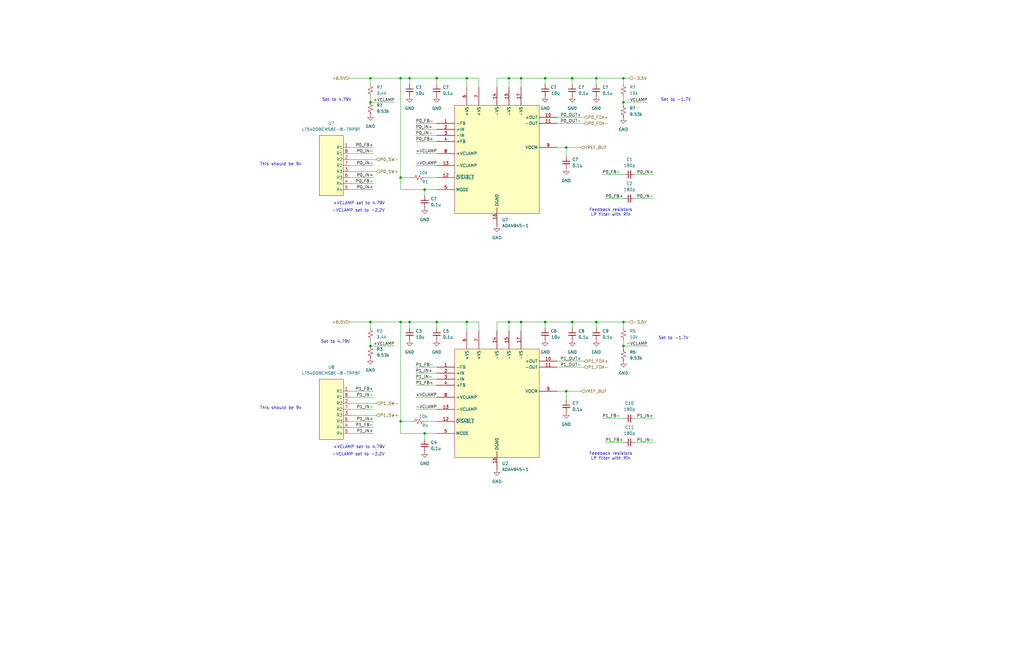
<source format=kicad_sch>
(kicad_sch (version 20250114) (generator "eeschema") (generator_version "9.0")
  (paper "B")
  (title_block (title "Differential Driver Amps (Rx)") (date "2026-01-02") (rev "0.0") (company "Andy McCann KA3KAF and Doug McCann KA3KAG"))
  (lib_symbols
    (symbol "Device:C_Small" (pin_numbers (hide yes)) (pin_names (offset 0.254) (hide yes))
      (property "Reference" "C" (at 0.254 1.778 0))
      (property "Value" "C_Small" (at 0.254 -2.032 0))
      (symbol "C_Small_0_1"
        (polyline (pts (xy -1.524 0.508) (xy 1.524 0.508)) (stroke (width 0.3048)))
        (polyline (pts (xy -1.524 -0.508) (xy 1.524 -0.508)) (stroke (width 0.3302)))
      )
      (symbol "C_Small_1_1"
        (pin passive line (at 0 2.54 270) (length 2.032) (name "~") (number "1"))
        (pin passive line (at 0 -2.54 90) (length 2.032) (name "~") (number "2"))
      )
    )
    (symbol "Device:R_Small_US" (pin_numbers (hide yes)) (pin_names (offset 0.254) (hide yes))
      (property "Reference" "R" (at 0.762 0.508 0))
      (property "Value" "R_Small_US" (at 0.762 -1.016 0))
      (symbol "R_Small_US_1_1"
        (polyline (pts (xy 0 1.524) (xy 1.016 1.143) (xy 0 0.762) (xy -1.016 0.381) (xy 0 0)))
        (polyline (pts (xy 0 0) (xy 1.016 -0.381) (xy 0 -0.762) (xy -1.016 -1.143) (xy 0 -1.524)))
        (pin passive line (at 0 2.54 270) (length 1.016) (name "~") (number "1"))
        (pin passive line (at 0 -2.54 90) (length 1.016) (name "~") (number "2"))
      )
    )
    (symbol "nzif_radio_symbol_library:ADA4945-1"
      (property "Reference" "U" (at 0 48.26 0))
      (property "Value" "ADA4945-1" (at 0 43.18 0))
      (symbol "ADA4945-1_1_1"
        (rectangle (start -17.78 22.86) (end 17.78 -22.86) (fill (type background)))
        (pin input line (at -25.4 15.24 0) (length 7.62) (name "-FB") (number "1"))
        (pin input line (at -25.4 12.7 0) (length 7.62) (name "+IN") (number "2"))
        (pin input line (at -25.4 10.16 0) (length 7.62) (name "-IN") (number "3"))
        (pin input line (at -25.4 7.62 0) (length 7.62) (name "+FB") (number "4"))
        (pin input line (at -25.4 2.54 0) (length 7.62) (name "+VCLAMP") (number "8"))
        (pin input line (at -25.4 -2.54 0) (length 7.62) (name "-VCLAMP") (number "13"))
        (pin input line (at -25.4 -7.62 0) (length 7.62) (name "~{DISABLE}") (number "12"))
        (pin input line (at -25.4 -12.7 0) (length 7.62) (name "MODE") (number "5"))
        (pin power_in line (at -12.7 30.48 270) (length 7.62) (name "+VS") (number "6"))
        (pin power_in line (at -7.62 30.48 270) (length 7.62) (name "+VS") (number "7"))
        (pin power_in line (at 0 30.48 270) (length 7.62) (name "-VS") (number "14"))
        (pin power_in line (at 0 -27.94 90) (length 7.62) (name "DGND") (number "16"))
        (pin power_in line (at 5.08 30.48 270) (length 7.62) (name "-VS") (number "15"))
        (pin power_in line (at 10.16 30.48 270) (length 7.62) (name "-VS") (number "17"))
        (pin output line (at 25.4 17.78 180) (length 7.62) (name "+OUT") (number "10"))
        (pin output line (at 25.4 15.24 180) (length 7.62) (name "-OUT") (number "11"))
        (pin output line (at 25.4 5.08 180) (length 7.62) (name "VOCM") (number "9"))
      )
    )
    (symbol "nzif_radio_symbol_library:LT5400BCMS8E-8-TRPBF" (pin_names (offset 0.254))
      (property "Reference" "U" (at 0 15 0))
      (property "Value" "LT5400BCMS8E-8-TRPBF" (at 0 -15 0))
      (symbol "LT5400BCMS8E-8-TRPBF_1_1"
        (rectangle (start -5.08 12.7) (end 5.08 -12.7) (fill (type background)))
        (pin passive line (at 7.62 7.62 180) (length 2.54) (name "R1") (number "1"))
        (pin passive line (at 7.62 5.08 180) (length 2.54) (name "R1") (number "8"))
        (pin passive line (at 7.62 2.54 180) (length 2.54) (name "R2") (number "2"))
        (pin passive line (at 7.62 0 180) (length 2.54) (name "R2") (number "7"))
        (pin passive line (at 7.62 -2.54 180) (length 2.54) (name "R3") (number "3"))
        (pin passive line (at 7.62 -5.08 180) (length 2.54) (name "R3") (number "6"))
        (pin passive line (at 7.62 -7.62 180) (length 2.54) (name "R4") (number "4"))
        (pin passive line (at 7.62 -10.16 180) (length 2.54) (name "R4") (number "5"))
      )
    )
    (symbol "power:GND" (power) (pin_numbers (hide yes)) (pin_names (offset 0) (hide yes))
      (property "Value" "GND" (at 0 -3.81 0))
      (symbol "GND_0_1"
        (polyline (pts (xy 0 0) (xy 0 -1.27) (xy 1.27 -1.27) (xy 0 -2.54) (xy -1.27 -1.27) (xy 0 -1.27)))
      )
      (symbol "GND_1_1"
        (pin power_in line (at 0 0 270) (length 0) (name "~") (number "1"))
      )
    )
  )
  (text "This should be 9x" (at 118.364 69.342 0) (effects (font (size 1.27 1.27))))
  (text "-VCLAMP set to -2.2V" (at 151.13 88.9 0) (effects (font (size 1.27 1.27))))
  (text "Set to 4.79V" (at 141.478 144.272 0) (effects (font (size 1.27 1.27))))
  (text "This should be 9x" (at 118.364 172.212 0) (effects (font (size 1.27 1.27))))
  (text "Feedback resistors\nLP filter with Rin" (at 257.556 89.662 0) (effects (font (size 1.27 1.27))))
  (text "Set to -1.7V" (at 284.988 42.164 0) (effects (font (size 1.27 1.27))))
  (text "-VCLAMP set to -2.2V" (at 151.13 191.77 0) (effects (font (size 1.27 1.27))))
  (text "Set to -1.7V" (at 283.972 142.748 0) (effects (font (size 1.27 1.27))))
  (text "+VCLAMP set to 4.79V" (at 151.384 85.852 0) (effects (font (size 1.27 1.27))))
  (text "Set to 4.79V" (at 141.986 42.164 0) (effects (font (size 1.27 1.27))))
  (text "+VCLAMP set to 4.79V" (at 151.384 188.722 0) (effects (font (size 1.27 1.27))))
  (text "Feedback resistors\nLP filter with Rin" (at 257.556 192.532 0) (effects (font (size 1.27 1.27))))
  (junction (at 184.15 33.02))
  (junction (at 238.76 62.23))
  (junction (at 219.71 33.02))
  (junction (at 172.72 33.02))
  (junction (at 168.91 135.89))
  (junction (at 179.07 182.88))
  (junction (at 196.85 135.89))
  (junction (at 184.15 135.89))
  (junction (at 214.63 135.89))
  (junction (at 214.63 33.02))
  (junction (at 196.85 33.02))
  (junction (at 179.07 80.01))
  (junction (at 241.3 135.89))
  (junction (at 262.89 135.89))
  (junction (at 262.89 33.02))
  (junction (at 156.21 135.89))
  (junction (at 229.87 135.89))
  (junction (at 168.91 33.02))
  (junction (at 251.46 135.89))
  (junction (at 172.72 135.89))
  (junction (at 219.71 135.89))
  (junction (at 262.89 43.18))
  (junction (at 229.87 33.02))
  (junction (at 238.76 165.1))
  (junction (at 251.46 33.02))
  (junction (at 168.91 74.93))
  (junction (at 156.21 43.18))
  (junction (at 156.21 33.02))
  (junction (at 168.91 177.8))
  (junction (at 262.89 146.05))
  (junction (at 241.3 33.02))
  (junction (at 156.21 146.05))
  (wire (pts (xy 184.15 182.88) (xy 179.07 182.88)))
  (wire (pts (xy 184.15 135.89) (xy 196.85 135.89)))
  (wire (pts (xy 184.15 33.02) (xy 184.15 35.56)))
  (wire (pts (xy 168.91 74.93) (xy 168.91 80.01)))
  (wire (pts (xy 147.32 170.18) (xy 158.75 170.18)))
  (wire (pts (xy 229.87 33.02) (xy 229.87 35.56)))
  (wire (pts (xy 201.93 33.02) (xy 201.93 36.83)))
  (wire (pts (xy 254 176.53) (xy 262.89 176.53)))
  (wire (pts (xy 156.21 143.51) (xy 156.21 146.05)))
  (wire (pts (xy 255.27 83.82) (xy 262.89 83.82)))
  (wire (pts (xy 238.76 62.23) (xy 238.76 66.04)))
  (wire (pts (xy 201.93 135.89) (xy 201.93 139.7)))
  (wire (pts (xy 196.85 135.89) (xy 201.93 135.89)))
  (wire (pts (xy 168.91 135.89) (xy 168.91 177.8)))
  (wire (pts (xy 156.21 33.02) (xy 156.21 35.56)))
  (wire (pts (xy 175.26 172.72) (xy 184.15 172.72)))
  (wire (pts (xy 214.63 33.02) (xy 219.71 33.02)))
  (wire (pts (xy 147.32 77.47) (xy 157.48 77.47)))
  (wire (pts (xy 267.97 73.66) (xy 275.59 73.66)))
  (wire (pts (xy 209.55 135.89) (xy 214.63 135.89)))
  (wire (pts (xy 179.07 182.88) (xy 168.91 182.88)))
  (wire (pts (xy 147.32 64.77) (xy 157.48 64.77)))
  (wire (pts (xy 172.72 33.02) (xy 184.15 33.02)))
  (wire (pts (xy 254 73.66) (xy 262.89 73.66)))
  (wire (pts (xy 196.85 135.89) (xy 196.85 139.7)))
  (wire (pts (xy 262.89 33.02) (xy 265.43 33.02)))
  (wire (pts (xy 241.3 135.89) (xy 251.46 135.89)))
  (wire (pts (xy 234.95 49.53) (xy 246.38 49.53)))
  (wire (pts (xy 262.89 33.02) (xy 262.89 35.56)))
  (wire (pts (xy 168.91 135.89) (xy 172.72 135.89)))
  (wire (pts (xy 262.89 40.64) (xy 262.89 43.18)))
  (wire (pts (xy 175.26 157.48) (xy 184.15 157.48)))
  (wire (pts (xy 184.15 80.01) (xy 179.07 80.01)))
  (wire (pts (xy 166.37 146.05) (xy 156.21 146.05)))
  (wire (pts (xy 147.32 72.39) (xy 158.75 72.39)))
  (wire (pts (xy 147.32 182.88) (xy 157.48 182.88)))
  (wire (pts (xy 214.63 33.02) (xy 214.63 36.83)))
  (wire (pts (xy 175.26 162.56) (xy 184.15 162.56)))
  (wire (pts (xy 234.95 62.23) (xy 238.76 62.23)))
  (wire (pts (xy 147.32 180.34) (xy 157.48 180.34)))
  (wire (pts (xy 196.85 33.02) (xy 196.85 36.83)))
  (wire (pts (xy 168.91 74.93) (xy 173.99 74.93)))
  (wire (pts (xy 175.26 54.61) (xy 184.15 54.61)))
  (wire (pts (xy 175.26 59.69) (xy 184.15 59.69)))
  (wire (pts (xy 229.87 135.89) (xy 229.87 138.43)))
  (wire (pts (xy 156.21 40.64) (xy 156.21 43.18)))
  (wire (pts (xy 267.97 186.69) (xy 275.59 186.69)))
  (wire (pts (xy 219.71 135.89) (xy 219.71 139.7)))
  (wire (pts (xy 166.37 43.18) (xy 156.21 43.18)))
  (wire (pts (xy 172.72 33.02) (xy 172.72 35.56)))
  (wire (pts (xy 209.55 135.89) (xy 209.55 139.7)))
  (wire (pts (xy 241.3 33.02) (xy 241.3 35.56)))
  (wire (pts (xy 251.46 33.02) (xy 262.89 33.02)))
  (wire (pts (xy 219.71 135.89) (xy 229.87 135.89)))
  (wire (pts (xy 179.07 80.01) (xy 179.07 82.55)))
  (wire (pts (xy 229.87 33.02) (xy 241.3 33.02)))
  (wire (pts (xy 168.91 177.8) (xy 168.91 182.88)))
  (wire (pts (xy 214.63 135.89) (xy 219.71 135.89)))
  (wire (pts (xy 238.76 165.1) (xy 238.76 168.91)))
  (wire (pts (xy 175.26 167.64) (xy 184.15 167.64)))
  (wire (pts (xy 262.89 146.05) (xy 262.89 147.32)))
  (wire (pts (xy 255.27 186.69) (xy 262.89 186.69)))
  (wire (pts (xy 214.63 135.89) (xy 214.63 139.7)))
  (wire (pts (xy 175.26 57.15) (xy 184.15 57.15)))
  (wire (pts (xy 179.07 80.01) (xy 168.91 80.01)))
  (wire (pts (xy 147.32 62.23) (xy 157.48 62.23)))
  (wire (pts (xy 175.26 160.02) (xy 184.15 160.02)))
  (wire (pts (xy 234.95 52.07) (xy 246.38 52.07)))
  (wire (pts (xy 156.21 135.89) (xy 168.91 135.89)))
  (wire (pts (xy 219.71 33.02) (xy 229.87 33.02)))
  (wire (pts (xy 267.97 176.53) (xy 275.59 176.53)))
  (wire (pts (xy 147.32 135.89) (xy 156.21 135.89)))
  (wire (pts (xy 179.07 74.93) (xy 184.15 74.93)))
  (wire (pts (xy 262.89 143.51) (xy 262.89 146.05)))
  (wire (pts (xy 168.91 177.8) (xy 173.99 177.8)))
  (wire (pts (xy 262.89 135.89) (xy 265.43 135.89)))
  (wire (pts (xy 168.91 33.02) (xy 168.91 74.93)))
  (wire (pts (xy 168.91 33.02) (xy 172.72 33.02)))
  (wire (pts (xy 234.95 152.4) (xy 246.38 152.4)))
  (wire (pts (xy 147.32 80.01) (xy 157.48 80.01)))
  (wire (pts (xy 147.32 33.02) (xy 156.21 33.02)))
  (wire (pts (xy 156.21 33.02) (xy 168.91 33.02)))
  (wire (pts (xy 273.05 146.05) (xy 262.89 146.05)))
  (wire (pts (xy 234.95 165.1) (xy 238.76 165.1)))
  (wire (pts (xy 147.32 175.26) (xy 158.75 175.26)))
  (wire (pts (xy 147.32 74.93) (xy 157.48 74.93)))
  (wire (pts (xy 251.46 135.89) (xy 251.46 138.43)))
  (wire (pts (xy 209.55 33.02) (xy 214.63 33.02)))
  (wire (pts (xy 184.15 135.89) (xy 184.15 138.43)))
  (wire (pts (xy 179.07 177.8) (xy 184.15 177.8)))
  (wire (pts (xy 273.05 43.18) (xy 262.89 43.18)))
  (wire (pts (xy 175.26 154.94) (xy 184.15 154.94)))
  (wire (pts (xy 147.32 172.72) (xy 157.48 172.72)))
  (wire (pts (xy 209.55 33.02) (xy 209.55 36.83)))
  (wire (pts (xy 147.32 167.64) (xy 157.48 167.64)))
  (wire (pts (xy 172.72 135.89) (xy 172.72 138.43)))
  (wire (pts (xy 262.89 43.18) (xy 262.89 44.45)))
  (wire (pts (xy 251.46 135.89) (xy 262.89 135.89)))
  (wire (pts (xy 175.26 69.85) (xy 184.15 69.85)))
  (wire (pts (xy 234.95 154.94) (xy 246.38 154.94)))
  (wire (pts (xy 147.32 177.8) (xy 157.48 177.8)))
  (wire (pts (xy 175.26 52.07) (xy 184.15 52.07)))
  (wire (pts (xy 196.85 33.02) (xy 201.93 33.02)))
  (wire (pts (xy 172.72 135.89) (xy 184.15 135.89)))
  (wire (pts (xy 241.3 135.89) (xy 241.3 138.43)))
  (wire (pts (xy 156.21 135.89) (xy 156.21 138.43)))
  (wire (pts (xy 229.87 135.89) (xy 241.3 135.89)))
  (wire (pts (xy 179.07 182.88) (xy 179.07 185.42)))
  (wire (pts (xy 147.32 165.1) (xy 157.48 165.1)))
  (wire (pts (xy 147.32 67.31) (xy 158.75 67.31)))
  (wire (pts (xy 238.76 165.1) (xy 245.11 165.1)))
  (wire (pts (xy 175.26 64.77) (xy 184.15 64.77)))
  (wire (pts (xy 241.3 33.02) (xy 251.46 33.02)))
  (wire (pts (xy 251.46 33.02) (xy 251.46 35.56)))
  (wire (pts (xy 147.32 69.85) (xy 157.48 69.85)))
  (wire (pts (xy 262.89 135.89) (xy 262.89 138.43)))
  (wire (pts (xy 219.71 33.02) (xy 219.71 36.83)))
  (wire (pts (xy 184.15 33.02) (xy 196.85 33.02)))
  (wire (pts (xy 238.76 62.23) (xy 245.11 62.23)))
  (wire (pts (xy 267.97 83.82) (xy 275.59 83.82)))
  (label "P0_IN+" (at 275.59 73.66 180))
  (label "P0_IN-" (at 157.48 69.85 180))
  (label "P1_FB-" (at 175.26 154.94 0))
  (label "-VCLAMP" (at 273.05 146.05 180))
  (label "P0_FB+" (at 175.26 59.69 0))
  (label "P1_FB+" (at 255.27 186.69 0))
  (label "P0_IN+" (at 175.26 54.61 0))
  (label "P1_FB+" (at 157.48 165.1 180))
  (label "P1_IN-" (at 275.59 186.69 180))
  (label "P0_OUT-" (at 245.11 52.07 180))
  (label "P1_IN-" (at 157.48 167.64 180))
  (label "P0_FB+" (at 157.48 62.23 180))
  (label "P0_FB-" (at 175.26 52.07 0))
  (label "-VCLAMP" (at 273.05 43.18 180))
  (label "P1_FB+" (at 175.26 162.56 0))
  (label "+VCLAMP" (at 166.37 43.18 180))
  (label "+VCLAMP" (at 175.26 64.77 0))
  (label "P0_FB+" (at 255.27 83.82 0))
  (label "P1_IN+" (at 175.26 157.48 0))
  (label "P1_FB-" (at 254 176.53 0))
  (label "P1_IN+" (at 157.48 177.8 180))
  (label "+VCLAMP" (at 175.26 167.64 0))
  (label "P1_IN-" (at 175.26 160.02 0))
  (label "P0_IN-" (at 275.59 83.82 180))
  (label "-VCLAMP" (at 175.26 172.72 0))
  (label "P1_IN-" (at 157.48 172.72 180))
  (label "P0_FB-" (at 157.48 77.47 180))
  (label "P0_FB-" (at 254 73.66 0))
  (label "P0_IN-" (at 175.26 57.15 0))
  (label "P1_OUT-" (at 245.11 154.94 180))
  (label "-VCLAMP" (at 175.26 69.85 0))
  (label "P1_IN+" (at 157.48 182.88 180))
  (label "P1_FB-" (at 157.48 180.34 180))
  (label "+VCLAMP" (at 166.37 146.05 180))
  (label "P0_OUT+" (at 245.11 49.53 180))
  (label "P0_IN+" (at 157.48 80.01 180))
  (label "P1_OUT+" (at 245.11 152.4 180))
  (label "P0_IN+" (at 157.48 74.93 180))
  (label "P1_IN+" (at 275.59 176.53 180))
  (label "P0_IN-" (at 157.48 64.77 180))
  (hierarchical_label "P1_FDA-" (shape input) (at 246.38 154.94 0))
  (hierarchical_label "P0_FDA-" (shape input) (at 246.38 52.07 0))
  (hierarchical_label "P0_FDA+" (shape input) (at 246.38 49.53 0))
  (hierarchical_label "+6.5V" (shape input) (at 147.32 135.89 180))
  (hierarchical_label "P0_SW+" (shape input) (at 158.75 72.39 0))
  (hierarchical_label "+6.5V" (shape input) (at 147.32 33.02 180))
  (hierarchical_label "P1_SW-" (shape input) (at 158.75 170.18 0))
  (hierarchical_label "VREF_BUF" (shape input) (at 245.11 165.1 0))
  (hierarchical_label "P1_FDA+" (shape input) (at 246.38 152.4 0))
  (hierarchical_label "P0_SW-" (shape input) (at 158.75 67.31 0))
  (hierarchical_label "P1_SW+" (shape input) (at 158.75 175.26 0))
  (hierarchical_label "-3.5V" (shape input) (at 265.43 33.02 0))
  (hierarchical_label "-3.5V" (shape input) (at 265.43 135.89 0))
  (hierarchical_label "VREF_BUF" (shape input) (at 245.11 62.23 0))
  (symbol (lib_id "nzif_radio_symbol_library:ADA4945-1") (at 209.55 170.18 0) (unit 1)
    (property "Reference" "U2" (at 211.6933 195.58 0) (effects (justify left)))
    (property "Value" "ADA4945-1" (at 211.6933 198.12 0) (effects (justify left)))
    (property "Footprint" "nzif_footprints:LFCSP16_ADA4945-1ACPZ-R2_ADI" (effects (hide yes)))
    (property "Datasheet" "https://www.analog.com/media/en/technical-documentation/data-sheets/ADA4945-1.pdf" (effects (hide yes)))
    (property "Description" "Low Noise, Low Distortion, Fully Differential ADC Driver, LFCSP-16" (effects (hide yes)))
  )
  (symbol (lib_id "power:GND") (at 179.07 87.63 0) (unit 1)
    (property "Reference" "#PWR?" (effects (hide yes)))
    (property "Value" "GND" (at 179.07 92.71 0))
    (property "Description" "Power symbol creates a global label with name \"GND\" , ground" (effects (hide yes)))
  )
  (symbol (lib_id "Device:C_Small") (at 172.72 38.1 0) (unit 1)
    (property "Reference" "C?" (at 175.26 36.8362 0) (effects (justify left)))
    (property "Value" "10u" (at 175.26 39.3762 0) (effects (justify left)))
    (property "Footprint" "Capacitor_SMD:C_0603_1608Metric_Pad1.08x0.95mm_HandSolder" (effects (hide yes)))
    (property "Description" "Unpolarized capacitor, small symbol" (effects (hide yes)))
  )
  (symbol (lib_id "power:GND") (at 262.89 49.53 0) (unit 1)
    (property "Reference" "#PWR?" (effects (hide yes)))
    (property "Value" "GND" (at 262.89 54.61 0))
    (property "Description" "Power symbol creates a global label with name \"GND\" , ground" (effects (hide yes)))
  )
  (symbol (lib_id "Device:R_Small_US") (at 176.53 74.93 270) (unit 1)
    (property "Reference" "R1" (at 179.324 76.708 90))
    (property "Value" "10k" (at 178.562 72.898 90))
    (property "Footprint" "Resistor_SMD:R_0603_1608Metric_Pad0.98x0.95mm_HandSolder" (effects (hide yes)))
    (property "Description" "Resistor, small US symbol" (effects (hide yes)))
  )
  (symbol (lib_id "power:GND") (at 179.07 190.5 0) (unit 1)
    (property "Reference" "#PWR03" (effects (hide yes)))
    (property "Value" "GND" (at 179.07 195.58 0))
    (property "Description" "Power symbol creates a global label with name \"GND\" , ground" (effects (hide yes)))
  )
  (symbol (lib_id "Device:C_Small") (at 265.43 186.69 90) (unit 1)
    (property "Reference" "C11" (at 265.4363 180.34 90))
    (property "Value" "180p" (at 265.4363 182.88 90))
    (property "Description" "Unpolarized capacitor, small symbol" (effects (hide yes)))
  )
  (symbol (lib_id "power:GND") (at 238.76 71.12 0) (unit 1)
    (property "Reference" "#PWR?" (effects (hide yes)))
    (property "Value" "GND" (at 238.76 76.2 0))
    (property "Description" "Power symbol creates a global label with name \"GND\" , ground" (effects (hide yes)))
  )
  (symbol (lib_id "Device:R_Small_US") (at 262.89 149.86 0) (unit 1)
    (property "Reference" "R6" (at 265.43 148.5899 0) (effects (justify left)))
    (property "Value" "9.53k" (at 265.43 151.1299 0) (effects (justify left)))
    (property "Footprint" "Resistor_SMD:R_0603_1608Metric_Pad0.98x0.95mm_HandSolder" (effects (hide yes)))
    (property "Description" "Resistor, small US symbol" (effects (hide yes)))
  )
  (symbol (lib_id "Device:R_Small_US") (at 156.21 45.72 0) (unit 1)
    (property "Reference" "R?" (at 158.75 44.4499 0) (effects (justify left)))
    (property "Value" "9.53k" (at 158.75 46.9899 0) (effects (justify left)))
    (property "Footprint" "Resistor_SMD:R_0603_1608Metric_Pad0.98x0.95mm_HandSolder" (effects (hide yes)))
    (property "Description" "Resistor, small US symbol" (effects (hide yes)))
  )
  (symbol (lib_id "Device:C_Small") (at 179.07 85.09 0) (unit 1)
    (property "Reference" "C?" (at 181.61 83.8262 0) (effects (justify left)))
    (property "Value" "0.1u" (at 181.61 86.3662 0) (effects (justify left)))
    (property "Footprint" "Capacitor_SMD:C_0603_1608Metric_Pad1.08x0.95mm_HandSolder" (effects (hide yes)))
    (property "Description" "Unpolarized capacitor, small symbol" (effects (hide yes)))
  )
  (symbol (lib_id "power:GND") (at 251.46 40.64 0) (unit 1)
    (property "Reference" "#PWR?" (effects (hide yes)))
    (property "Value" "GND" (at 251.46 45.72 0))
    (property "Description" "Power symbol creates a global label with name \"GND\" , ground" (effects (hide yes)))
  )
  (symbol (lib_id "power:GND") (at 172.72 143.51 0) (unit 1)
    (property "Reference" "#PWR02" (effects (hide yes)))
    (property "Value" "GND" (at 172.72 148.59 0))
    (property "Description" "Power symbol creates a global label with name \"GND\" , ground" (effects (hide yes)))
  )
  (symbol (lib_id "power:GND") (at 172.72 40.64 0) (unit 1)
    (property "Reference" "#PWR?" (effects (hide yes)))
    (property "Value" "GND" (at 172.72 45.72 0))
    (property "Description" "Power symbol creates a global label with name \"GND\" , ground" (effects (hide yes)))
  )
  (symbol (lib_id "Device:C_Small") (at 265.43 176.53 90) (unit 1)
    (property "Reference" "C10" (at 265.4363 170.18 90))
    (property "Value" "180p" (at 265.4363 172.72 90))
    (property "Description" "Unpolarized capacitor, small symbol" (effects (hide yes)))
  )
  (symbol (lib_id "power:GND") (at 241.3 40.64 0) (unit 1)
    (property "Reference" "#PWR?" (effects (hide yes)))
    (property "Value" "GND" (at 241.3 45.72 0))
    (property "Description" "Power symbol creates a global label with name \"GND\" , ground" (effects (hide yes)))
  )
  (symbol (lib_id "Device:R_Small_US") (at 156.21 38.1 0) (unit 1)
    (property "Reference" "R?" (at 158.75 36.8299 0) (effects (justify left)))
    (property "Value" "3.4k" (at 158.75 39.3699 0) (effects (justify left)))
    (property "Footprint" "Resistor_SMD:R_0603_1608Metric_Pad0.98x0.95mm_HandSolder" (effects (hide yes)))
    (property "Description" "Resistor, small US symbol" (effects (hide yes)))
  )
  (symbol (lib_id "power:GND") (at 241.3 143.51 0) (unit 1)
    (property "Reference" "#PWR08" (effects (hide yes)))
    (property "Value" "GND" (at 241.3 148.59 0))
    (property "Description" "Power symbol creates a global label with name \"GND\" , ground" (effects (hide yes)))
  )
  (symbol (lib_id "Device:C_Small") (at 229.87 38.1 0) (unit 1)
    (property "Reference" "C?" (at 232.156 36.83 0) (effects (justify left)))
    (property "Value" "10u" (at 232.41 39.3762 0) (effects (justify left)))
    (property "Footprint" "Capacitor_SMD:C_0603_1608Metric_Pad1.08x0.95mm_HandSolder" (effects (hide yes)))
    (property "Description" "Unpolarized capacitor, small symbol" (effects (hide yes)))
  )
  (symbol (lib_id "Device:R_Small_US") (at 156.21 148.59 0) (unit 1)
    (property "Reference" "R3" (at 158.75 147.3199 0) (effects (justify left)))
    (property "Value" "9.53k" (at 158.75 149.8599 0) (effects (justify left)))
    (property "Footprint" "Resistor_SMD:R_0603_1608Metric_Pad0.98x0.95mm_HandSolder" (effects (hide yes)))
    (property "Description" "Resistor, small US symbol" (effects (hide yes)))
  )
  (symbol (lib_id "power:GND") (at 262.89 152.4 0) (unit 1)
    (property "Reference" "#PWR010" (effects (hide yes)))
    (property "Value" "GND" (at 262.89 157.48 0))
    (property "Description" "Power symbol creates a global label with name \"GND\" , ground" (effects (hide yes)))
  )
  (symbol (lib_id "Device:C_Small") (at 238.76 68.58 0) (unit 1)
    (property "Reference" "C?" (at 241.3 67.3162 0) (effects (justify left)))
    (property "Value" "0.1u" (at 241.3 69.8562 0) (effects (justify left)))
    (property "Footprint" "Capacitor_SMD:C_0603_1608Metric_Pad1.08x0.95mm_HandSolder" (effects (hide yes)))
    (property "Description" "Unpolarized capacitor, small symbol" (effects (hide yes)))
  )
  (symbol (lib_id "Device:R_Small_US") (at 176.53 177.8 270) (unit 1)
    (property "Reference" "R4" (at 179.324 179.578 90))
    (property "Value" "10k" (at 178.562 175.768 90))
    (property "Footprint" "Resistor_SMD:R_0603_1608Metric_Pad0.98x0.95mm_HandSolder" (effects (hide yes)))
    (property "Description" "Resistor, small US symbol" (effects (hide yes)))
  )
  (symbol (lib_id "Device:R_Small_US") (at 262.89 140.97 0) (unit 1)
    (property "Reference" "R5" (at 265.43 139.6999 0) (effects (justify left)))
    (property "Value" "10k" (at 265.43 142.2399 0) (effects (justify left)))
    (property "Footprint" "Resistor_SMD:R_0603_1608Metric_Pad0.98x0.95mm_HandSolder" (effects (hide yes)))
    (property "Description" "Resistor, small US symbol" (effects (hide yes)))
  )
  (symbol (lib_id "nzif_radio_symbol_library:LT5400BCMS8E-8-TRPBF") (at 139.7 69.85 0) (unit 1)
    (property "Reference" "U7" (at 139.7 52.07 0))
    (property "Value" "LT5400BCMS8E-8-TRPBF" (at 139.7 54.61 0))
    (property "Footprint" "nzif_footprints:MSOP-8_MS_LIT" (effects (hide yes)))
    (property "Datasheet" "https://www.analog.com/media/en/technical-documentation/data-sheets/5400fc.pdf" (effects (hide yes)))
    (property "Description" "Quad Matched Resistor Network, 0.02% Matching" (effects (hide yes)))
  )
  (symbol (lib_id "power:GND") (at 229.87 40.64 0) (unit 1)
    (property "Reference" "#PWR?" (effects (hide yes)))
    (property "Value" "GND" (at 229.87 45.72 0))
    (property "Description" "Power symbol creates a global label with name \"GND\" , ground" (effects (hide yes)))
  )
  (symbol (lib_id "Device:C_Small") (at 241.3 140.97 0) (unit 1)
    (property "Reference" "C8" (at 243.84 139.7062 0) (effects (justify left)))
    (property "Value" "0.1u" (at 243.84 142.2462 0) (effects (justify left)))
    (property "Footprint" "Capacitor_SMD:C_0603_1608Metric_Pad1.08x0.95mm_HandSolder" (effects (hide yes)))
    (property "Description" "Unpolarized capacitor, small symbol" (effects (hide yes)))
  )
  (symbol (lib_id "power:GND") (at 184.15 143.51 0) (unit 1)
    (property "Reference" "#PWR04" (effects (hide yes)))
    (property "Value" "GND" (at 184.15 148.59 0))
    (property "Description" "Power symbol creates a global label with name \"GND\" , ground" (effects (hide yes)))
  )
  (symbol (lib_id "power:GND") (at 184.15 40.64 0) (unit 1)
    (property "Reference" "#PWR?" (effects (hide yes)))
    (property "Value" "GND" (at 184.15 45.72 0))
    (property "Description" "Power symbol creates a global label with name \"GND\" , ground" (effects (hide yes)))
  )
  (symbol (lib_id "Device:R_Small_US") (at 262.89 38.1 0) (unit 1)
    (property "Reference" "R?" (at 265.43 36.8299 0) (effects (justify left)))
    (property "Value" "10k" (at 265.43 39.3699 0) (effects (justify left)))
    (property "Footprint" "Resistor_SMD:R_0603_1608Metric_Pad0.98x0.95mm_HandSolder" (effects (hide yes)))
    (property "Description" "Resistor, small US symbol" (effects (hide yes)))
  )
  (symbol (lib_id "Device:C_Small") (at 184.15 38.1 0) (unit 1)
    (property "Reference" "C?" (at 186.69 36.8362 0) (effects (justify left)))
    (property "Value" "0.1u" (at 186.69 39.3762 0) (effects (justify left)))
    (property "Footprint" "Capacitor_SMD:C_0603_1608Metric_Pad1.08x0.95mm_HandSolder" (effects (hide yes)))
    (property "Description" "Unpolarized capacitor, small symbol" (effects (hide yes)))
  )
  (symbol (lib_id "Device:C_Small") (at 238.76 171.45 0) (unit 1)
    (property "Reference" "C7" (at 241.3 170.1862 0) (effects (justify left)))
    (property "Value" "0.1u" (at 241.3 172.7262 0) (effects (justify left)))
    (property "Footprint" "Capacitor_SMD:C_0603_1608Metric_Pad1.08x0.95mm_HandSolder" (effects (hide yes)))
    (property "Description" "Unpolarized capacitor, small symbol" (effects (hide yes)))
  )
  (symbol (lib_id "Device:C_Small") (at 251.46 140.97 0) (unit 1)
    (property "Reference" "C9" (at 254 139.7062 0) (effects (justify left)))
    (property "Value" "0.1u" (at 254 142.2462 0) (effects (justify left)))
    (property "Footprint" "Capacitor_SMD:C_0603_1608Metric_Pad1.08x0.95mm_HandSolder" (effects (hide yes)))
    (property "Description" "Unpolarized capacitor, small symbol" (effects (hide yes)))
  )
  (symbol (lib_id "power:GND") (at 209.55 198.12 0) (unit 1)
    (property "Reference" "#PWR05" (effects (hide yes)))
    (property "Value" "GND" (at 209.55 203.2 0))
    (property "Description" "Power symbol creates a global label with name \"GND\" , ground" (effects (hide yes)))
  )
  (symbol (lib_id "power:GND") (at 238.76 173.99 0) (unit 1)
    (property "Reference" "#PWR07" (effects (hide yes)))
    (property "Value" "GND" (at 238.76 179.07 0))
    (property "Description" "Power symbol creates a global label with name \"GND\" , ground" (effects (hide yes)))
  )
  (symbol (lib_id "nzif_radio_symbol_library:ADA4945-1") (at 209.55 67.31 0) (unit 1)
    (property "Reference" "U?" (at 211.6933 92.71 0) (effects (justify left)))
    (property "Value" "ADA4945-1" (at 211.6933 95.25 0) (effects (justify left)))
    (property "Footprint" "nzif_footprints:LFCSP16_ADA4945-1ACPZ-R2_ADI" (effects (hide yes)))
    (property "Datasheet" "https://www.analog.com/media/en/technical-documentation/data-sheets/ADA4945-1.pdf" (effects (hide yes)))
    (property "Description" "Low Noise, Low Distortion, Fully Differential ADC Driver, LFCSP-16" (effects (hide yes)))
  )
  (symbol (lib_id "power:GND") (at 251.46 143.51 0) (unit 1)
    (property "Reference" "#PWR09" (effects (hide yes)))
    (property "Value" "GND" (at 251.46 148.59 0))
    (property "Description" "Power symbol creates a global label with name \"GND\" , ground" (effects (hide yes)))
  )
  (symbol (lib_id "nzif_radio_symbol_library:LT5400BCMS8E-8-TRPBF") (at 139.7 172.72 0) (unit 1)
    (property "Reference" "U8" (at 139.7 154.94 0))
    (property "Value" "LT5400BCMS8E-8-TRPBF" (at 139.7 157.48 0))
    (property "Footprint" "nzif_footprints:MSOP-8_MS_LIT" (effects (hide yes)))
    (property "Datasheet" "https://www.analog.com/media/en/technical-documentation/data-sheets/5400fc.pdf" (effects (hide yes)))
    (property "Description" "Quad Matched Resistor Network, 0.02% Matching" (effects (hide yes)))
  )
  (symbol (lib_id "power:GND") (at 209.55 95.25 0) (unit 1)
    (property "Reference" "#PWR?" (effects (hide yes)))
    (property "Value" "GND" (at 209.55 100.33 0))
    (property "Description" "Power symbol creates a global label with name \"GND\" , ground" (effects (hide yes)))
  )
  (symbol (lib_id "Device:R_Small_US") (at 262.89 46.99 0) (unit 1)
    (property "Reference" "R?" (at 265.43 45.7199 0) (effects (justify left)))
    (property "Value" "9.53k" (at 265.43 48.2599 0) (effects (justify left)))
    (property "Footprint" "Resistor_SMD:R_0603_1608Metric_Pad0.98x0.95mm_HandSolder" (effects (hide yes)))
    (property "Description" "Resistor, small US symbol" (effects (hide yes)))
  )
  (symbol (lib_id "Device:C_Small") (at 179.07 187.96 0) (unit 1)
    (property "Reference" "C4" (at 181.61 186.6962 0) (effects (justify left)))
    (property "Value" "0.1u" (at 181.61 189.2362 0) (effects (justify left)))
    (property "Footprint" "Capacitor_SMD:C_0603_1608Metric_Pad1.08x0.95mm_HandSolder" (effects (hide yes)))
    (property "Description" "Unpolarized capacitor, small symbol" (effects (hide yes)))
  )
  (symbol (lib_id "power:GND") (at 156.21 48.26 0) (unit 1)
    (property "Reference" "#PWR?" (effects (hide yes)))
    (property "Value" "GND" (at 156.21 53.34 0))
    (property "Description" "Power symbol creates a global label with name \"GND\" , ground" (effects (hide yes)))
  )
  (symbol (lib_id "Device:C_Small") (at 265.43 83.82 90) (unit 1)
    (property "Reference" "C2" (at 265.4363 77.47 90))
    (property "Value" "180p" (at 265.4363 80.01 90))
    (property "Description" "Unpolarized capacitor, small symbol" (effects (hide yes)))
  )
  (symbol (lib_id "power:GND") (at 229.87 143.51 0) (unit 1)
    (property "Reference" "#PWR06" (effects (hide yes)))
    (property "Value" "GND" (at 229.87 148.59 0))
    (property "Description" "Power symbol creates a global label with name \"GND\" , ground" (effects (hide yes)))
  )
  (symbol (lib_id "Device:C_Small") (at 229.87 140.97 0) (unit 1)
    (property "Reference" "C6" (at 232.156 139.7 0) (effects (justify left)))
    (property "Value" "10u" (at 232.41 142.2462 0) (effects (justify left)))
    (property "Footprint" "Capacitor_SMD:C_0603_1608Metric_Pad1.08x0.95mm_HandSolder" (effects (hide yes)))
    (property "Description" "Unpolarized capacitor, small symbol" (effects (hide yes)))
  )
  (symbol (lib_id "Device:C_Small") (at 265.43 73.66 90) (unit 1)
    (property "Reference" "C1" (at 265.4363 67.31 90))
    (property "Value" "180p" (at 265.4363 69.85 90))
    (property "Description" "Unpolarized capacitor, small symbol" (effects (hide yes)))
  )
  (symbol (lib_id "power:GND") (at 156.21 151.13 0) (unit 1)
    (property "Reference" "#PWR01" (effects (hide yes)))
    (property "Value" "GND" (at 156.21 156.21 0))
    (property "Description" "Power symbol creates a global label with name \"GND\" , ground" (effects (hide yes)))
  )
  (symbol (lib_id "Device:C_Small") (at 251.46 38.1 0) (unit 1)
    (property "Reference" "C?" (at 254 36.8362 0) (effects (justify left)))
    (property "Value" "0.1u" (at 254 39.3762 0) (effects (justify left)))
    (property "Footprint" "Capacitor_SMD:C_0603_1608Metric_Pad1.08x0.95mm_HandSolder" (effects (hide yes)))
    (property "Description" "Unpolarized capacitor, small symbol" (effects (hide yes)))
  )
  (symbol (lib_id "Device:C_Small") (at 241.3 38.1 0) (unit 1)
    (property "Reference" "C?" (at 243.84 36.8362 0) (effects (justify left)))
    (property "Value" "0.1u" (at 243.84 39.3762 0) (effects (justify left)))
    (property "Footprint" "Capacitor_SMD:C_0603_1608Metric_Pad1.08x0.95mm_HandSolder" (effects (hide yes)))
    (property "Description" "Unpolarized capacitor, small symbol" (effects (hide yes)))
  )
  (symbol (lib_id "Device:R_Small_US") (at 156.21 140.97 0) (unit 1)
    (property "Reference" "R2" (at 158.75 139.6999 0) (effects (justify left)))
    (property "Value" "3.4k" (at 158.75 142.2399 0) (effects (justify left)))
    (property "Footprint" "Resistor_SMD:R_0603_1608Metric_Pad0.98x0.95mm_HandSolder" (effects (hide yes)))
    (property "Description" "Resistor, small US symbol" (effects (hide yes)))
  )
  (symbol (lib_id "Device:C_Small") (at 184.15 140.97 0) (unit 1)
    (property "Reference" "C5" (at 186.69 139.7062 0) (effects (justify left)))
    (property "Value" "0.1u" (at 186.69 142.2462 0) (effects (justify left)))
    (property "Footprint" "Capacitor_SMD:C_0603_1608Metric_Pad1.08x0.95mm_HandSolder" (effects (hide yes)))
    (property "Description" "Unpolarized capacitor, small symbol" (effects (hide yes)))
  )
  (symbol (lib_id "Device:C_Small") (at 172.72 140.97 0) (unit 1)
    (property "Reference" "C3" (at 175.26 139.7062 0) (effects (justify left)))
    (property "Value" "10u" (at 175.26 142.2462 0) (effects (justify left)))
    (property "Footprint" "Capacitor_SMD:C_0603_1608Metric_Pad1.08x0.95mm_HandSolder" (effects (hide yes)))
    (property "Description" "Unpolarized capacitor, small symbol" (effects (hide yes)))
  )
)
</source>
